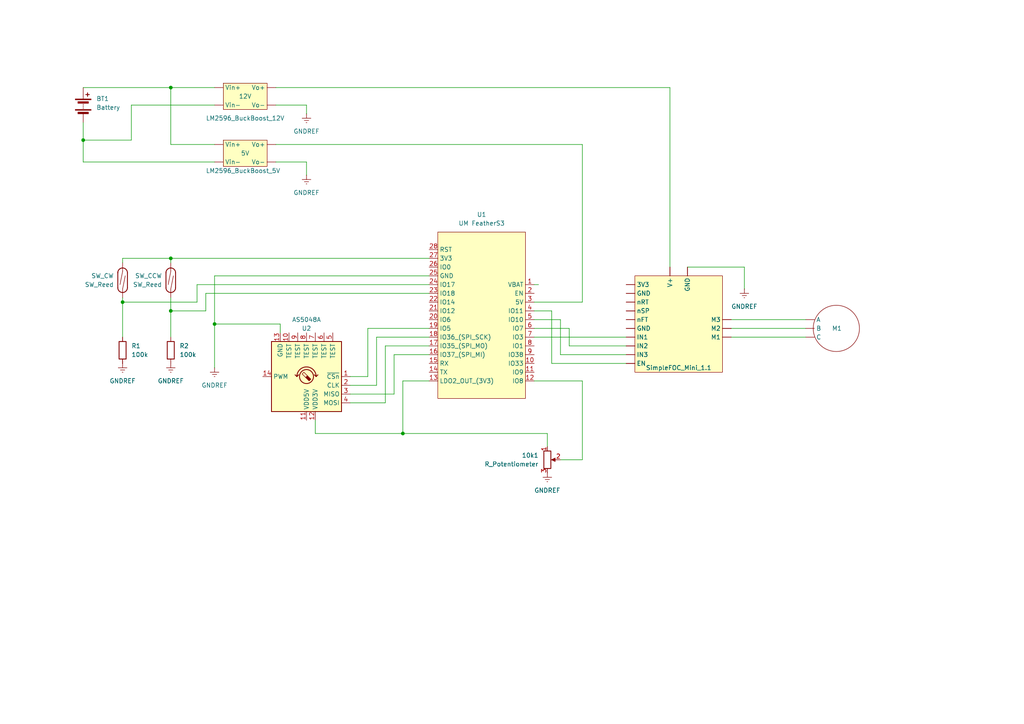
<source format=kicad_sch>
(kicad_sch (version 20250114) (generator "eeschema") (generator_version "9.0")
  (paper "A4")
  (lib_symbols
    (symbol "Device:Battery" (pin_numbers (hide yes)) (pin_names (offset 0) (hide yes))
      (property "Reference" "BT" (at 2.54 2.54 0))
      (property "Value" "Battery" (at 2.54 0 0))
      (symbol "Battery_0_1"
        (rectangle (start -2.286 1.778) (end 2.286 1.524) (fill (type outline)))
        (rectangle (start -2.286 -1.27) (end 2.286 -1.524) (fill (type outline)))
        (rectangle (start -1.524 1.016) (end 1.524 0.508) (fill (type outline)))
        (rectangle (start -1.524 -2.032) (end 1.524 -2.54) (fill (type outline)))
        (polyline (pts (xy 0 1.778) (xy 0 2.54)))
        (polyline (pts (xy 0 0) (xy 0 0.254)))
        (polyline (pts (xy 0 -0.508) (xy 0 -0.254)))
        (polyline (pts (xy 0 -1.016) (xy 0 -0.762)))
        (polyline (pts (xy 0.762 3.048) (xy 1.778 3.048)) (stroke (width 0.254)))
        (polyline (pts (xy 1.27 3.556) (xy 1.27 2.54)) (stroke (width 0.254)))
      )
      (symbol "Battery_1_1"
        (pin passive line (at 0 5.08 270) (length 2.54) (name "+") (number "1"))
        (pin passive line (at 0 -5.08 90) (length 2.54) (name "-") (number "2"))
      )
    )
    (symbol "Device:LM2596_BuckBoost"
      (property "Reference" "LM2596_BuckBoost" (at 0.762 -6.35 0))
      (symbol "LM2596_BuckBoost_1_1"
        (rectangle (start -6.35 3.81) (end 6.35 -3.81) (fill (type color) (color 255 255 194 1)))
        (pin input line (at -8.89 2.54 0) (length 2.54) (name "Vin+") (number ""))
        (pin input line (at -8.89 -2.54 0) (length 2.54) (name "Vin-") (number ""))
        (pin output line (at 8.89 2.54 180) (length 2.54) (name "Vo+") (number ""))
        (pin output line (at 8.89 -2.54 180) (length 2.54) (name "Vo-") (number ""))
      )
    )
    (symbol "Device:R" (pin_numbers (hide yes)) (pin_names (offset 0))
      (property "Reference" "R" (at 2.032 0 90))
      (property "Value" "R" (at 0 0 90))
      (symbol "R_0_1"
        (rectangle (start -1.016 -2.54) (end 1.016 2.54) (stroke (width 0.254)))
      )
      (symbol "R_1_1"
        (pin passive line (at 0 3.81 270) (length 1.27) (name "~") (number "1"))
        (pin passive line (at 0 -3.81 90) (length 1.27) (name "~") (number "2"))
      )
    )
    (symbol "Device:R_Potentiometer" (pin_names (offset 1.016) (hide yes))
      (property "Reference" "RV" (at -4.445 0 90))
      (property "Value" "R_Potentiometer" (at -2.54 0 90))
      (symbol "R_Potentiometer_0_1"
        (rectangle (start 1.016 2.54) (end -1.016 -2.54) (stroke (width 0.254)))
        (polyline (pts (xy 1.143 0) (xy 2.286 0.508) (xy 2.286 -0.508) (xy 1.143 0)) (fill (type outline)))
        (polyline (pts (xy 2.54 0) (xy 1.524 0)))
      )
      (symbol "R_Potentiometer_1_1"
        (pin passive line (at 0 3.81 270) (length 1.27) (name "1") (number "1"))
        (pin passive line (at 0 -3.81 90) (length 1.27) (name "3") (number "3"))
        (pin passive line (at 3.81 0 180) (length 1.27) (name "2") (number "2"))
      )
    )
    (symbol "Device:SimpleFOC_mini1.0"
      (property "Reference" "SimpleFOC_Mini_1.0" (at -0.254 14.732 0))
      (symbol "SimpleFOC_mini1.0_1_1"
        (rectangle (start -12.7 12.7) (end 12.7 -15.24) (fill (type color) (color 255 255 194 1)))
        (pin input line (at -15.24 10.16 0) (length 2.54) (name "EN") (number ""))
        (pin input line (at -15.24 7.62 0) (length 2.54) (name "IN3") (number ""))
        (pin input line (at -15.24 5.08 0) (length 2.54) (name "IN2") (number ""))
        (pin input line (at -15.24 2.54 0) (length 2.54) (name "IN1") (number ""))
        (pin input line (at -15.24 0 0) (length 2.54) (name "GND") (number ""))
        (pin input line (at -15.24 -2.54 0) (length 2.54) (name "nFT") (number ""))
        (pin input line (at -15.24 -5.08 0) (length 2.54) (name "nSP") (number ""))
        (pin input line (at -15.24 -7.62 0) (length 2.54) (name "nRT") (number ""))
        (pin input line (at -15.24 -10.16 0) (length 2.54) (name "GND") (number ""))
        (pin input line (at -15.24 -12.7 0) (length 2.54) (name "3V3") (number ""))
        (pin power_in line (at -2.54 -17.78 90) (length 2.54) (name "V+") (number ""))
        (pin power_in line (at 2.54 -17.78 90) (length 2.54) (name "GND") (number ""))
        (pin output line (at 15.24 2.54 180) (length 2.54) (name "M1") (number ""))
        (pin output line (at 15.24 0 180) (length 2.54) (name "M2") (number ""))
        (pin output line (at 15.24 -2.54 180) (length 2.54) (name "M3") (number ""))
      )
    )
    (symbol "LM2596_BuckBoost_1"
      (property "Reference" "LM2596_BuckBoost" (at 0.762 -6.35 0))
      (symbol "LM2596_BuckBoost_1_1_1"
        (rectangle (start -6.35 3.81) (end 6.35 -3.81) (fill (type color) (color 255 255 194 1)))
        (pin input line (at -8.89 2.54 0) (length 2.54) (name "Vin+") (number ""))
        (pin input line (at -8.89 -2.54 0) (length 2.54) (name "Vin-") (number ""))
        (pin output line (at 8.89 2.54 180) (length 2.54) (name "Vo+") (number ""))
        (pin output line (at 8.89 -2.54 180) (length 2.54) (name "Vo-") (number ""))
      )
    )
    (symbol "MCU_Module:FeatherS3"
      (property "Reference" "U" (at 0 -30.48 0))
      (property "Value" "UM FeatherS3" (at -0.508 21.844 0))
      (symbol "FeatherS3_1_1"
        (rectangle (start -12.7 20.32) (end 12.7 -27.94) (stroke (width 0.1524)) (fill (type color) (color 255 255 194 1)))
        (pin input line (at -15.24 15.24 0) (length 2.54) (name "RST") (number "28"))
        (pin power_in line (at -15.24 12.7 0) (length 2.54) (name "3V3") (number "27"))
        (pin bidirectional line (at -15.24 10.16 0) (length 2.54) (name "IO0") (number "26"))
        (pin power_in line (at -15.24 7.62 0) (length 2.54) (name "GND") (number "25"))
        (pin bidirectional line (at -15.24 5.08 0) (length 2.54) (name "IO17") (number "24"))
        (pin bidirectional line (at -15.24 2.54 0) (length 2.54) (name "IO18") (number "23"))
        (pin bidirectional line (at -15.24 0 0) (length 2.54) (name "IO14") (number "22"))
        (pin bidirectional line (at -15.24 -2.54 0) (length 2.54) (name "IO12") (number "21"))
        (pin bidirectional line (at -15.24 -5.08 0) (length 2.54) (name "IO6") (number "20"))
        (pin bidirectional line (at -15.24 -7.62 0) (length 2.54) (name "IO5") (number "19"))
        (pin bidirectional line (at -15.24 -10.16 0) (length 2.54) (name "IO36_(SPI_SCK)") (number "18"))
        (pin bidirectional line (at -15.24 -12.7 0) (length 2.54) (name "IO35_(SPI_MO)") (number "17"))
        (pin bidirectional line (at -15.24 -15.24 0) (length 2.54) (name "IO37_(SPI_MI)") (number "16"))
        (pin bidirectional line (at -15.24 -17.78 0) (length 2.54) (name "RX") (number "15"))
        (pin bidirectional line (at -15.24 -20.32 0) (length 2.54) (name "TX") (number "14"))
        (pin power_out line (at -15.24 -22.86 0) (length 2.54) (name "LDO2_OUT_(3V3)") (number "13"))
        (pin power_in line (at 15.24 5.08 180) (length 2.54) (name "VBAT") (number "1"))
        (pin input line (at 15.24 2.54 180) (length 2.54) (name "EN") (number "2"))
        (pin power_in line (at 15.24 0 180) (length 2.54) (name "5V") (number "3"))
        (pin bidirectional line (at 15.24 -2.54 180) (length 2.54) (name "IO11") (number "4"))
        (pin bidirectional line (at 15.24 -5.08 180) (length 2.54) (name "IO10") (number "5"))
        (pin bidirectional line (at 15.24 -7.62 180) (length 2.54) (name "IO7") (number "6"))
        (pin bidirectional line (at 15.24 -10.16 180) (length 2.54) (name "IO3") (number "7"))
        (pin bidirectional line (at 15.24 -12.7 180) (length 2.54) (name "IO1") (number "8"))
        (pin bidirectional line (at 15.24 -15.24 180) (length 2.54) (name "IO38") (number "9"))
        (pin bidirectional line (at 15.24 -17.78 180) (length 2.54) (name "IO33") (number "10"))
        (pin bidirectional line (at 15.24 -20.32 180) (length 2.54) (name "IO9") (number "11"))
        (pin bidirectional line (at 15.24 -22.86 180) (length 2.54) (name "IO8") (number "12"))
      )
    )
    (symbol "Motor:Gimbal"
      (property "Reference" "M" (at 0 0 0))
      (symbol "Gimbal_0_1"
        (circle (center 0 0) (radius 6.7058))
      )
      (symbol "Gimbal_1_1"
        (pin power_in line (at -8.89 2.54 0) (length 2.54) (name "A") (number ""))
        (pin power_in line (at -8.89 0 0) (length 2.54) (name "B") (number ""))
        (pin power_in line (at -8.89 -2.54 0) (length 2.54) (name "C") (number ""))
      )
    )
    (symbol "Sensor_Magnetic:AS5048A"
      (property "Reference" "U" (at -10.16 11.43 0))
      (property "Value" "AS5048A" (at 10.16 11.43 0))
      (symbol "AS5048A_0_1"
        (rectangle (start -10.16 10.16) (end 10.16 -10.16) (stroke (width 0.254)) (fill (type background)))
        (polyline (pts (xy -2.794 0) (xy -3.302 -0.508)) (stroke (width 0.254)))
        (polyline (pts (xy -2.794 0) (xy -2.286 -0.508)) (stroke (width 0.254)))
        (arc (start 2.794 0) (mid 0 -2.7819) (end -2.794 0) (stroke (width 0.254)))
        (polyline (pts (xy 2.794 0) (xy 2.286 -0.508)) (stroke (width 0.254)))
        (polyline (pts (xy 2.794 0) (xy 3.302 -0.508)) (stroke (width 0.254)))
      )
      (symbol "AS5048A_1_1"
        (polyline (pts (xy -0.762 1.27) (xy 0.254 0.254) (xy -0.254 -0.254) (xy -1.27 0.762) (xy -1.016 1.016) (xy -0.762 1.27) (xy -0.635 1.143)) (fill (type outline)))
        (circle (center 0 0) (radius 2.032) (stroke (width 0.254)))
        (polyline (pts (xy 0.254 0.254) (xy 1.27 -0.762) (xy 0.762 -1.27) (xy -0.254 -0.254)))
        (pin input line (at -12.7 7.62 0) (length 2.54) (name "MOSI") (number "4"))
        (pin output line (at -12.7 5.08 0) (length 2.54) (name "MISO") (number "3"))
        (pin input line (at -12.7 2.54 0) (length 2.54) (name "CLK") (number "2"))
        (pin input line (at -12.7 0 0) (length 2.54) (name "~{CSn}") (number "1"))
        (pin passive line (at -7.62 -12.7 90) (length 2.54) (name "TEST") (number "5"))
        (pin passive line (at -5.08 -12.7 90) (length 2.54) (name "TEST") (number "6"))
        (pin power_in line (at -2.54 12.7 270) (length 2.54) (name "VDD3V") (number "12"))
        (pin passive line (at -2.54 -12.7 90) (length 2.54) (name "TEST") (number "7"))
        (pin power_in line (at 0 12.7 270) (length 2.54) (name "VDD5V") (number "11"))
        (pin passive line (at 0 -12.7 90) (length 2.54) (name "TEST") (number "8"))
        (pin passive line (at 2.54 -12.7 90) (length 2.54) (name "TEST") (number "9"))
        (pin passive line (at 5.08 -12.7 90) (length 2.54) (name "TEST") (number "10"))
        (pin power_in line (at 7.62 -12.7 90) (length 2.54) (name "GND") (number "13"))
        (pin output line (at 12.7 0 180) (length 2.54) (name "PWM") (number "14"))
      )
    )
    (symbol "Switch:SW_Reed" (pin_numbers (hide yes)) (pin_names (offset 0) (hide yes))
      (property "Reference" "SW" (at 0 2.54 0))
      (property "Value" "SW_Reed" (at 0 -2.54 0))
      (symbol "SW_Reed_0_0"
        (polyline (pts (xy -2.54 0) (xy 1.27 0.762)))
        (polyline (pts (xy -2.159 -1.397) (xy 2.286 -1.397)) (stroke (width 0.254)))
        (arc (start -2.159 -1.397) (mid -3.55 0) (end -2.159 1.397) (stroke (width 0.254)))
        (arc (start 2.159 1.397) (mid 3.55 0) (end 2.159 -1.397) (stroke (width 0.254)))
        (polyline (pts (xy 2.159 1.397) (xy -2.159 1.397)) (stroke (width 0.254)))
        (polyline (pts (xy 2.54 0) (xy -1.27 -0.762)))
      )
      (symbol "SW_Reed_1_1"
        (pin passive line (at -5.08 0 0) (length 2.54) (name "1") (number "1"))
        (pin passive line (at 5.08 0 180) (length 2.54) (name "2") (number "2"))
      )
    )
    (symbol "power:GNDREF" (power) (pin_numbers (hide yes)) (pin_names (offset 0) (hide yes))
      (property "Value" "GNDREF" (at 0 -3.81 0))
      (symbol "GNDREF_0_1"
        (polyline (pts (xy -0.635 -1.905) (xy 0.635 -1.905)))
        (polyline (pts (xy -0.127 -2.54) (xy 0.127 -2.54)))
        (polyline (pts (xy 0 -1.27) (xy 0 0)))
        (polyline (pts (xy 1.27 -1.27) (xy -1.27 -1.27)))
      )
      (symbol "GNDREF_1_1"
        (pin power_in line (at 0 0 270) (length 0) (name "~") (number "1"))
      )
    )
  )
  (junction (at 49.53 90.17))
  (junction (at 35.56 87.63))
  (junction (at 62.23 93.98))
  (junction (at 49.53 74.93))
  (junction (at 49.53 25.4))
  (junction (at 24.13 40.64))
  (junction (at 116.84 125.73))
  (wire (pts (xy 168.91 41.91) (xy 168.91 87.63)))
  (wire (pts (xy 162.56 92.71) (xy 162.56 102.87)))
  (wire (pts (xy 168.91 133.35) (xy 162.56 133.35)))
  (wire (pts (xy 158.75 125.73) (xy 158.75 129.54)))
  (wire (pts (xy 154.94 90.17) (xy 160.02 90.17)))
  (wire (pts (xy 62.23 41.91) (xy 49.53 41.91)))
  (wire (pts (xy 80.01 25.4) (xy 194.31 25.4)))
  (wire (pts (xy 59.69 85.09) (xy 124.46 85.09)))
  (wire (pts (xy 156.21 82.55) (xy 154.94 82.55)))
  (wire (pts (xy 49.53 90.17) (xy 49.53 97.79)))
  (wire (pts (xy 49.53 86.36) (xy 49.53 90.17)))
  (wire (pts (xy 49.53 90.17) (xy 59.69 90.17)))
  (wire (pts (xy 124.46 80.01) (xy 62.23 80.01)))
  (wire (pts (xy 116.84 125.73) (xy 91.44 125.73)))
  (wire (pts (xy 168.91 110.49) (xy 168.91 133.35)))
  (wire (pts (xy 165.1 100.33) (xy 181.61 100.33)))
  (wire (pts (xy 88.9 46.99) (xy 88.9 50.8)))
  (wire (pts (xy 81.28 93.98) (xy 81.28 96.52)))
  (wire (pts (xy 215.9 77.47) (xy 215.9 83.82)))
  (wire (pts (xy 212.09 97.79) (xy 233.68 97.79)))
  (wire (pts (xy 80.01 41.91) (xy 168.91 41.91)))
  (wire (pts (xy 212.09 95.25) (xy 233.68 95.25)))
  (wire (pts (xy 49.53 25.4) (xy 62.23 25.4)))
  (wire (pts (xy 111.76 116.84) (xy 111.76 100.33)))
  (wire (pts (xy 49.53 74.93) (xy 35.56 74.93)))
  (wire (pts (xy 35.56 87.63) (xy 35.56 97.79)))
  (wire (pts (xy 57.15 87.63) (xy 57.15 82.55)))
  (wire (pts (xy 154.94 95.25) (xy 165.1 95.25)))
  (wire (pts (xy 101.6 109.22) (xy 106.68 109.22)))
  (wire (pts (xy 38.1 30.48) (xy 62.23 30.48)))
  (wire (pts (xy 49.53 41.91) (xy 49.53 25.4)))
  (wire (pts (xy 162.56 102.87) (xy 181.61 102.87)))
  (wire (pts (xy 160.02 105.41) (xy 181.61 105.41)))
  (wire (pts (xy 109.22 97.79) (xy 124.46 97.79)))
  (wire (pts (xy 24.13 25.4) (xy 49.53 25.4)))
  (wire (pts (xy 109.22 111.76) (xy 109.22 97.79)))
  (wire (pts (xy 49.53 74.93) (xy 49.53 76.2)))
  (wire (pts (xy 165.1 95.25) (xy 165.1 100.33)))
  (wire (pts (xy 24.13 40.64) (xy 38.1 40.64)))
  (wire (pts (xy 62.23 46.99) (xy 24.13 46.99)))
  (wire (pts (xy 212.09 92.71) (xy 233.68 92.71)))
  (wire (pts (xy 24.13 46.99) (xy 24.13 40.64)))
  (wire (pts (xy 124.46 110.49) (xy 116.84 110.49)))
  (wire (pts (xy 88.9 30.48) (xy 88.9 33.02)))
  (wire (pts (xy 59.69 90.17) (xy 59.69 85.09)))
  (wire (pts (xy 154.94 92.71) (xy 162.56 92.71)))
  (wire (pts (xy 154.94 110.49) (xy 168.91 110.49)))
  (wire (pts (xy 101.6 116.84) (xy 111.76 116.84)))
  (wire (pts (xy 114.3 114.3) (xy 114.3 102.87)))
  (wire (pts (xy 106.68 109.22) (xy 106.68 95.25)))
  (wire (pts (xy 80.01 30.48) (xy 88.9 30.48)))
  (wire (pts (xy 199.39 77.47) (xy 215.9 77.47)))
  (wire (pts (xy 62.23 93.98) (xy 81.28 93.98)))
  (wire (pts (xy 116.84 110.49) (xy 116.84 125.73)))
  (wire (pts (xy 57.15 82.55) (xy 124.46 82.55)))
  (wire (pts (xy 80.01 46.99) (xy 88.9 46.99)))
  (wire (pts (xy 114.3 102.87) (xy 124.46 102.87)))
  (wire (pts (xy 160.02 90.17) (xy 160.02 105.41)))
  (wire (pts (xy 116.84 125.73) (xy 158.75 125.73)))
  (wire (pts (xy 38.1 30.48) (xy 38.1 40.64)))
  (wire (pts (xy 35.56 86.36) (xy 35.56 87.63)))
  (wire (pts (xy 154.94 87.63) (xy 168.91 87.63)))
  (wire (pts (xy 101.6 114.3) (xy 114.3 114.3)))
  (wire (pts (xy 111.76 100.33) (xy 124.46 100.33)))
  (wire (pts (xy 62.23 80.01) (xy 62.23 93.98)))
  (wire (pts (xy 35.56 87.63) (xy 57.15 87.63)))
  (wire (pts (xy 101.6 111.76) (xy 109.22 111.76)))
  (wire (pts (xy 62.23 93.98) (xy 62.23 106.68)))
  (wire (pts (xy 106.68 95.25) (xy 124.46 95.25)))
  (wire (pts (xy 24.13 40.64) (xy 24.13 35.56)))
  (wire (pts (xy 124.46 74.93) (xy 49.53 74.93)))
  (wire (pts (xy 154.94 97.79) (xy 181.61 97.79)))
  (wire (pts (xy 194.31 25.4) (xy 194.31 77.47)))
  (wire (pts (xy 91.44 125.73) (xy 91.44 121.92)))
  (wire (pts (xy 35.56 74.93) (xy 35.56 76.2)))
  (symbol (lib_id "MCU_Module:FeatherS3") (at 139.7 87.63 0) (unit 1)
    (property "Reference" "U1" (at 139.7 62.23 0))
    (property "Value" "UM FeatherS3" (at 139.7 64.77 0))
  )
  (symbol (lib_id "Device:R_Potentiometer") (at 158.75 133.35 0) (unit 1)
    (property "Reference" "10k1" (at 156.21 132.0799 0) (effects (justify right)))
    (property "Value" "R_Potentiometer" (at 156.21 134.6199 0) (effects (justify right)))
    (property "Description" "Potentiometer" (effects (hide yes)))
  )
  (symbol (lib_id "power:GNDREF") (at 49.53 105.41 0) (unit 1)
    (property "Reference" "#PWR03" (effects (hide yes)))
    (property "Value" "GNDREF" (at 49.53 110.49 0))
    (property "Description" "Power symbol creates a global label with name \"GNDREF\" , reference supply ground" (effects (hide yes)))
  )
  (symbol (lib_id "Switch:SW_Reed") (at 49.53 81.28 270) (mirror x) (unit 1)
    (property "Reference" "SW_CCW" (at 46.99 80.0099 90) (effects (justify right)))
    (property "Value" "SW_Reed" (at 46.99 82.5499 90) (effects (justify right)))
    (property "Description" "reed switch" (effects (hide yes)))
  )
  (symbol (lib_id "Device:R") (at 49.53 101.6 0) (unit 1)
    (property "Reference" "R2" (at 52.07 100.3299 0) (effects (justify left)))
    (property "Value" "100k" (at 52.07 102.8699 0) (effects (justify left)))
    (property "Description" "Resistor" (effects (hide yes)))
  )
  (symbol (lib_id "Device:SimpleFOC_mini1.0") (at 196.85 95.25 0) (mirror x) (unit 1)
    (property "Reference" "SimpleFOC_Mini_1.1" (at 196.85 106.68 0))
  )
  (symbol (lib_id "Device:Battery") (at 24.13 30.48 0) (unit 1)
    (property "Reference" "BT1" (at 27.94 28.6384 0) (effects (justify left)))
    (property "Value" "Battery" (at 27.94 31.1784 0) (effects (justify left)))
    (property "Description" "Multiple-cell battery" (effects (hide yes)))
  )
  (symbol (lib_id "power:GNDREF") (at 35.56 105.41 0) (unit 1)
    (property "Reference" "#PWR04" (effects (hide yes)))
    (property "Value" "GNDREF" (at 35.56 110.49 0))
    (property "Description" "Power symbol creates a global label with name \"GNDREF\" , reference supply ground" (effects (hide yes)))
  )
  (symbol (lib_id "Device:R") (at 35.56 101.6 0) (unit 1)
    (property "Reference" "R1" (at 38.1 100.3299 0) (effects (justify left)))
    (property "Value" "100k" (at 38.1 102.8699 0) (effects (justify left)))
    (property "Description" "Resistor" (effects (hide yes)))
  )
  (symbol (lib_id "power:GNDREF") (at 88.9 50.8 0) (unit 1)
    (property "Reference" "#PWR01" (effects (hide yes)))
    (property "Value" "GNDREF" (at 88.9 55.88 0))
    (property "Description" "Power symbol creates a global label with name \"GNDREF\" , reference supply ground" (effects (hide yes)))
  )
  (symbol (lib_id "power:GNDREF") (at 215.9 83.82 0) (unit 1)
    (property "Reference" "#PWR06" (effects (hide yes)))
    (property "Value" "GNDREF" (at 215.9 88.9 0))
    (property "Description" "Power symbol creates a global label with name \"GNDREF\" , reference supply ground" (effects (hide yes)))
  )
  (symbol (lib_id "Motor:Gimbal") (at 242.57 95.25 0) (unit 1)
    (property "Reference" "M1" (at 241.3 95.25 0) (effects (justify left)))
  )
  (symbol (lib_id "power:GNDREF") (at 158.75 137.16 0) (unit 1)
    (property "Reference" "#PWR07" (effects (hide yes)))
    (property "Value" "GNDREF" (at 158.75 142.24 0))
    (property "Description" "Power symbol creates a global label with name \"GNDREF\" , reference supply ground" (effects (hide yes)))
  )
  (symbol (lib_id "Sensor_Magnetic:AS5048A") (at 88.9 109.22 180) (unit 1)
    (property "Reference" "U2" (at 88.9 95.25 0))
    (property "Value" "AS5048A" (at 88.9 92.71 0))
    (property "Footprint" "Package_SO:TSSOP-14_4.4x5mm_P0.65mm" (effects (hide yes)))
    (property "Datasheet" "https://ams.com/documents/20143/36005/AS5048_DS000298_4-00.pdf" (effects (hide yes)))
    (property "Description" "Magnetic position sensor, 14-bit, PWM output, SPI Interface, TSSOP-14" (effects (hide yes)))
  )
  (symbol (lib_id "Switch:SW_Reed") (at 35.56 81.28 270) (mirror x) (unit 1)
    (property "Reference" "SW_CW" (at 33.02 80.0099 90) (effects (justify right)))
    (property "Value" "SW_Reed" (at 33.02 82.5499 90) (effects (justify right)))
    (property "Description" "reed switch" (effects (hide yes)))
  )
  (symbol (lib_id "Device:LM2596_BuckBoost") (at 71.12 27.94 0) (unit 1)
    (property "Reference" "LM2596_BuckBoost_12V" (at 71.12 34.29 0))
    (property "Value" "12V" (at 71.12 27.94 0))
  )
  (symbol (lib_name "LM2596_BuckBoost_1") (lib_id "Device:LM2596_BuckBoost") (at 71.12 44.45 0) (unit 1)
    (property "Reference" "LM2596_BuckBoost_5V" (at 59.69 49.53 0) (effects (justify left)))
    (property "Value" "5V" (at 69.85 44.45 0) (effects (justify left)))
  )
  (symbol (lib_id "power:GNDREF") (at 88.9 33.02 0) (unit 1)
    (property "Reference" "#PWR02" (effects (hide yes)))
    (property "Value" "GNDREF" (at 88.9 38.1 0))
    (property "Description" "Power symbol creates a global label with name \"GNDREF\" , reference supply ground" (effects (hide yes)))
  )
  (symbol (lib_id "power:GNDREF") (at 62.23 106.68 0) (unit 1)
    (property "Reference" "#PWR05" (effects (hide yes)))
    (property "Value" "GNDREF" (at 62.23 111.76 0))
    (property "Description" "Power symbol creates a global label with name \"GNDREF\" , reference supply ground" (effects (hide yes)))
  )
)
</source>
